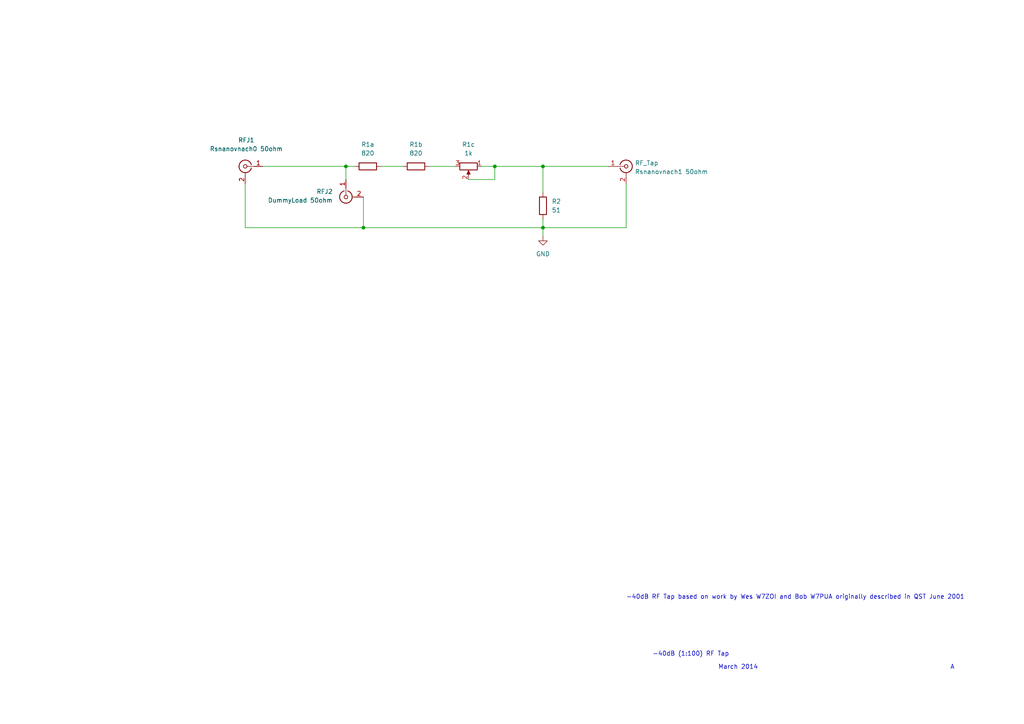
<source format=kicad_sch>
(kicad_sch (version 20211123) (generator eeschema)
  (paper "A4")
  (lib_symbols
    (symbol "Connector:Conn_Coaxial" (pin_names (offset 1.016) hide)
      (property "Reference" "J" (at 0.254 3.048 0))
      (property "Value" "Conn_Coaxial" (at 2.921 0 90))
      (symbol "Conn_Coaxial_0_1"
        (arc (start -1.778 -0.508) (mid 0.2311 -1.8066) (end 1.778 0) (stroke (width 0.254)))
        (polyline (pts (xy -2.54 0) (xy -0.508 0)))
        (polyline (pts (xy 0 -2.54) (xy 0 -1.778)))
        (circle (center 0 0) (radius 0.508) (stroke (width 0.2032)))
        (arc (start 1.778 0) (mid 0.2099 1.8101) (end -1.778 0.508) (stroke (width 0.254)))
      )
      (symbol "Conn_Coaxial_1_1"
        (pin passive line (at -5.08 0 0) (length 2.54) (name "In") (number "1"))
        (pin passive line (at 0 -5.08 90) (length 2.54) (name "Ext") (number "2"))
      )
    )
    (symbol "Device:R" (pin_numbers hide) (pin_names (offset 0))
      (property "Reference" "R" (at 2.032 0 90))
      (property "Value" "R" (at 0 0 90))
      (symbol "R_0_1"
        (rectangle (start -1.016 -2.54) (end 1.016 2.54) (stroke (width 0.254)))
      )
      (symbol "R_1_1"
        (pin passive line (at 0 3.81 270) (length 1.27) (name "~") (number "1"))
        (pin passive line (at 0 -3.81 90) (length 1.27) (name "~") (number "2"))
      )
    )
    (symbol "Device:R_Potentiometer" (pin_names (offset 1.016) hide)
      (property "Reference" "RV" (at -4.445 0 90))
      (property "Value" "R_Potentiometer" (at -2.54 0 90))
      (symbol "R_Potentiometer_0_1"
        (polyline (pts (xy 2.54 0) (xy 1.524 0)))
        (polyline (pts (xy 1.143 0) (xy 2.286 0.508) (xy 2.286 -0.508) (xy 1.143 0)) (fill (type outline)))
        (rectangle (start 1.016 2.54) (end -1.016 -2.54) (stroke (width 0.254)))
      )
      (symbol "R_Potentiometer_1_1"
        (pin passive line (at 0 3.81 270) (length 1.27) (name "1") (number "1"))
        (pin passive line (at 3.81 0 180) (length 1.27) (name "2") (number "2"))
        (pin passive line (at 0 -3.81 90) (length 1.27) (name "3") (number "3"))
      )
    )
    (symbol "power:GND" (power) (pin_names (offset 0))
      (property "Value" "GND" (at 0 -3.81 0))
      (symbol "GND_0_1"
        (polyline (pts (xy 0 0) (xy 0 -1.27) (xy 1.27 -1.27) (xy 0 -2.54) (xy -1.27 -1.27) (xy 0 -1.27)))
      )
      (symbol "GND_1_1"
        (pin power_in line (at 0 0 270) (length 0) hide (name "GND") (number "1"))
      )
    )
  )
  (junction (at 157.48 48.26))
  (junction (at 100.33 48.26))
  (junction (at 157.48 66.04))
  (junction (at 105.41 66.04))
  (junction (at 143.51 48.26))
  (wire (pts (xy 181.61 53.34) (xy 181.61 66.04)))
  (wire (pts (xy 100.33 48.26) (xy 102.87 48.26)))
  (wire (pts (xy 157.48 63.5) (xy 157.48 66.04)))
  (wire (pts (xy 105.41 66.04) (xy 71.12 66.04)))
  (wire (pts (xy 100.33 52.07) (xy 100.33 48.26)))
  (wire (pts (xy 143.51 48.26) (xy 157.48 48.26)))
  (wire (pts (xy 105.41 57.15) (xy 105.41 66.04)))
  (wire (pts (xy 139.7 48.26) (xy 143.51 48.26)))
  (wire (pts (xy 157.48 48.26) (xy 176.53 48.26)))
  (wire (pts (xy 76.2 48.26) (xy 100.33 48.26)))
  (wire (pts (xy 132.08 48.26) (xy 124.46 48.26)))
  (wire (pts (xy 135.89 52.07) (xy 143.51 52.07)))
  (wire (pts (xy 71.12 66.04) (xy 71.12 53.34)))
  (wire (pts (xy 157.48 66.04) (xy 157.48 68.58)))
  (wire (pts (xy 116.84 48.26) (xy 110.49 48.26)))
  (wire (pts (xy 157.48 66.04) (xy 105.41 66.04)))
  (wire (pts (xy 143.51 52.07) (xy 143.51 48.26)))
  (wire (pts (xy 157.48 48.26) (xy 157.48 55.88)))
  (wire (pts (xy 181.61 66.04) (xy 157.48 66.04)))
  (text "-40dB (1:100) RF Tap" (at 189.23 190.5 0) (effects (font (size 1.27 1.27)) (justify left bottom)))
  (text "March 2014" (at 208.28 194.31 0) (effects (font (size 1.27 1.27)) (justify left bottom)))
  (text "-40dB RF Tap based on work by Wes W7ZOI and Bob W7PUA originally described in QST June 2001" (at 181.61 173.99 0) (effects (font (size 1.27 1.27)) (justify left bottom)))
  (text "A" (at 275.59 194.31 0) (effects (font (size 1.27 1.27)) (justify left bottom)))
  (symbol (lib_id "Device:R_Potentiometer") (at 135.89 48.26 270) (unit 1)
    (property "Reference" "R1c" (at 135.89 41.91 90))
    (property "Value" "1k" (at 135.89 44.45 90))
  )
  (symbol (lib_id "Device:R") (at 120.65 48.26 90) (unit 1)
    (property "Reference" "R1b" (at 120.65 41.91 90))
    (property "Value" "820" (at 120.65 44.45 90))
  )
  (symbol (lib_id "power:GND") (at 157.48 68.58 0) (unit 1)
    (property "Reference" "#PWR01" (effects hide))
    (property "Value" "GND" (at 157.48 73.66 0))
  )
  (symbol (lib_id "Connector:Conn_Coaxial") (at 100.33 57.15 90) (mirror x) (unit 1)
    (property "Reference" "RFJ2" (at 96.52 55.5624 90) (effects (justify left)))
    (property "Value" "DummyLoad 50ohm" (at 96.52 58.1024 90) (effects (justify left)))
    (property "Datasheet" " ~" (effects hide))
  )
  (symbol (lib_id "Connector:Conn_Coaxial") (at 181.61 48.26 0) (unit 1)
    (property "Reference" "RF_Tap" (at 184.15 47.2831 0) (effects (justify left)))
    (property "Value" "Rsnanovnach1 50ohm" (at 184.15 49.8231 0) (effects (justify left)))
    (property "Datasheet" " ~" (effects hide))
  )
  (symbol (lib_id "Connector:Conn_Coaxial") (at 71.12 48.26 0) (mirror y) (unit 1)
    (property "Reference" "RFJ1" (at 71.4374 40.64 0))
    (property "Value" "Rsnanovnach0 50ohm" (at 71.4374 43.18 0))
    (property "Datasheet" " ~" (effects hide))
  )
  (symbol (lib_id "Device:R") (at 106.68 48.26 270) (unit 1)
    (property "Reference" "R1a" (at 106.68 41.91 90))
    (property "Value" "820" (at 106.68 44.45 90))
  )
  (symbol (lib_id "Device:R") (at 157.48 59.69 0) (unit 1)
    (property "Reference" "R2" (at 160.02 58.4199 0) (effects (justify left)))
    (property "Value" "51" (at 160.02 60.9599 0) (effects (justify left)))
  )
)
</source>
